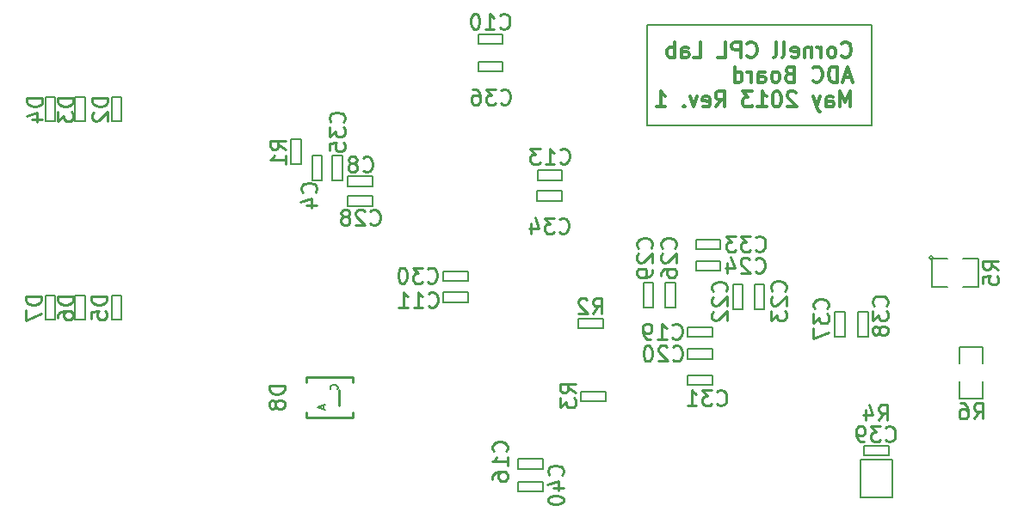
<source format=gbo>
G04 (created by PCBNEW (2013-04-19 BZR 4011)-stable) date 23/05/2013 19:48:57*
%MOIN*%
G04 Gerber Fmt 3.4, Leading zero omitted, Abs format*
%FSLAX34Y34*%
G01*
G70*
G90*
G04 APERTURE LIST*
%ADD10C,0.006*%
%ADD11C,0.00787402*%
%ADD12C,0.012*%
%ADD13C,0.005*%
%ADD14C,0.01*%
%ADD15C,0.1*%
%ADD16R,0.05X0.1*%
%ADD17R,0.08X0.06*%
%ADD18R,0.035X0.12*%
%ADD19R,0.03X0.031*%
%ADD20R,0.031X0.03*%
%ADD21C,0.079*%
%ADD22C,0.075*%
%ADD23C,0.066*%
%ADD24C,0.056*%
%ADD25R,0.085X0.089*%
%ADD26C,0.24*%
%ADD27R,0.079X0.079*%
%ADD28C,0.102362*%
%ADD29C,0.06*%
%ADD30C,0.16*%
%ADD31C,0.063*%
G04 APERTURE END LIST*
G54D10*
G54D11*
X100980Y-65040D02*
X100980Y-65190D01*
X92280Y-65040D02*
X100980Y-65040D01*
X100980Y-68940D02*
X100980Y-65160D01*
X92280Y-68940D02*
X100980Y-68940D01*
X92280Y-65040D02*
X92280Y-68940D01*
G54D12*
X99824Y-66235D02*
X99852Y-66264D01*
X99938Y-66292D01*
X99995Y-66292D01*
X100081Y-66264D01*
X100138Y-66207D01*
X100167Y-66150D01*
X100195Y-66035D01*
X100195Y-65950D01*
X100167Y-65835D01*
X100138Y-65778D01*
X100081Y-65721D01*
X99995Y-65692D01*
X99938Y-65692D01*
X99852Y-65721D01*
X99824Y-65750D01*
X99481Y-66292D02*
X99538Y-66264D01*
X99567Y-66235D01*
X99595Y-66178D01*
X99595Y-66007D01*
X99567Y-65950D01*
X99538Y-65921D01*
X99481Y-65892D01*
X99395Y-65892D01*
X99338Y-65921D01*
X99310Y-65950D01*
X99281Y-66007D01*
X99281Y-66178D01*
X99310Y-66235D01*
X99338Y-66264D01*
X99395Y-66292D01*
X99481Y-66292D01*
X99024Y-66292D02*
X99024Y-65892D01*
X99024Y-66007D02*
X98995Y-65950D01*
X98967Y-65921D01*
X98910Y-65892D01*
X98852Y-65892D01*
X98652Y-65892D02*
X98652Y-66292D01*
X98652Y-65950D02*
X98624Y-65921D01*
X98567Y-65892D01*
X98481Y-65892D01*
X98424Y-65921D01*
X98395Y-65978D01*
X98395Y-66292D01*
X97881Y-66264D02*
X97938Y-66292D01*
X98052Y-66292D01*
X98110Y-66264D01*
X98138Y-66207D01*
X98138Y-65978D01*
X98110Y-65921D01*
X98052Y-65892D01*
X97938Y-65892D01*
X97881Y-65921D01*
X97852Y-65978D01*
X97852Y-66035D01*
X98138Y-66092D01*
X97510Y-66292D02*
X97567Y-66264D01*
X97595Y-66207D01*
X97595Y-65692D01*
X97195Y-66292D02*
X97252Y-66264D01*
X97281Y-66207D01*
X97281Y-65692D01*
X96167Y-66235D02*
X96195Y-66264D01*
X96281Y-66292D01*
X96338Y-66292D01*
X96424Y-66264D01*
X96481Y-66207D01*
X96509Y-66150D01*
X96538Y-66035D01*
X96538Y-65950D01*
X96509Y-65835D01*
X96481Y-65778D01*
X96424Y-65721D01*
X96338Y-65692D01*
X96281Y-65692D01*
X96195Y-65721D01*
X96167Y-65750D01*
X95909Y-66292D02*
X95909Y-65692D01*
X95681Y-65692D01*
X95624Y-65721D01*
X95595Y-65750D01*
X95567Y-65807D01*
X95567Y-65892D01*
X95595Y-65950D01*
X95624Y-65978D01*
X95681Y-66007D01*
X95909Y-66007D01*
X95024Y-66292D02*
X95309Y-66292D01*
X95309Y-65692D01*
X94081Y-66292D02*
X94367Y-66292D01*
X94367Y-65692D01*
X93624Y-66292D02*
X93624Y-65978D01*
X93652Y-65921D01*
X93709Y-65892D01*
X93824Y-65892D01*
X93881Y-65921D01*
X93624Y-66264D02*
X93681Y-66292D01*
X93824Y-66292D01*
X93881Y-66264D01*
X93909Y-66207D01*
X93909Y-66150D01*
X93881Y-66092D01*
X93824Y-66064D01*
X93681Y-66064D01*
X93624Y-66035D01*
X93338Y-66292D02*
X93338Y-65692D01*
X93338Y-65921D02*
X93281Y-65892D01*
X93167Y-65892D01*
X93109Y-65921D01*
X93081Y-65950D01*
X93052Y-66007D01*
X93052Y-66178D01*
X93081Y-66235D01*
X93109Y-66264D01*
X93167Y-66292D01*
X93281Y-66292D01*
X93338Y-66264D01*
X100195Y-67081D02*
X99910Y-67081D01*
X100252Y-67252D02*
X100052Y-66652D01*
X99852Y-67252D01*
X99652Y-67252D02*
X99652Y-66652D01*
X99510Y-66652D01*
X99424Y-66681D01*
X99367Y-66738D01*
X99338Y-66795D01*
X99310Y-66910D01*
X99310Y-66995D01*
X99338Y-67110D01*
X99367Y-67167D01*
X99424Y-67224D01*
X99510Y-67252D01*
X99652Y-67252D01*
X98710Y-67195D02*
X98738Y-67224D01*
X98824Y-67252D01*
X98881Y-67252D01*
X98967Y-67224D01*
X99024Y-67167D01*
X99052Y-67110D01*
X99081Y-66995D01*
X99081Y-66910D01*
X99052Y-66795D01*
X99024Y-66738D01*
X98967Y-66681D01*
X98881Y-66652D01*
X98824Y-66652D01*
X98738Y-66681D01*
X98710Y-66710D01*
X97795Y-66938D02*
X97710Y-66967D01*
X97681Y-66995D01*
X97652Y-67052D01*
X97652Y-67138D01*
X97681Y-67195D01*
X97710Y-67224D01*
X97767Y-67252D01*
X97995Y-67252D01*
X97995Y-66652D01*
X97795Y-66652D01*
X97738Y-66681D01*
X97710Y-66710D01*
X97681Y-66767D01*
X97681Y-66824D01*
X97710Y-66881D01*
X97738Y-66910D01*
X97795Y-66938D01*
X97995Y-66938D01*
X97310Y-67252D02*
X97367Y-67224D01*
X97395Y-67195D01*
X97424Y-67138D01*
X97424Y-66967D01*
X97395Y-66910D01*
X97367Y-66881D01*
X97310Y-66852D01*
X97224Y-66852D01*
X97167Y-66881D01*
X97138Y-66910D01*
X97110Y-66967D01*
X97110Y-67138D01*
X97138Y-67195D01*
X97167Y-67224D01*
X97224Y-67252D01*
X97310Y-67252D01*
X96595Y-67252D02*
X96595Y-66938D01*
X96624Y-66881D01*
X96681Y-66852D01*
X96795Y-66852D01*
X96852Y-66881D01*
X96595Y-67224D02*
X96652Y-67252D01*
X96795Y-67252D01*
X96852Y-67224D01*
X96881Y-67167D01*
X96881Y-67110D01*
X96852Y-67052D01*
X96795Y-67024D01*
X96652Y-67024D01*
X96595Y-66995D01*
X96310Y-67252D02*
X96310Y-66852D01*
X96310Y-66967D02*
X96281Y-66910D01*
X96252Y-66881D01*
X96195Y-66852D01*
X96138Y-66852D01*
X95681Y-67252D02*
X95681Y-66652D01*
X95681Y-67224D02*
X95738Y-67252D01*
X95852Y-67252D01*
X95909Y-67224D01*
X95938Y-67195D01*
X95967Y-67138D01*
X95967Y-66967D01*
X95938Y-66910D01*
X95909Y-66881D01*
X95852Y-66852D01*
X95738Y-66852D01*
X95681Y-66881D01*
X100167Y-68212D02*
X100167Y-67612D01*
X99967Y-68041D01*
X99767Y-67612D01*
X99767Y-68212D01*
X99224Y-68212D02*
X99224Y-67898D01*
X99252Y-67841D01*
X99310Y-67812D01*
X99424Y-67812D01*
X99481Y-67841D01*
X99224Y-68184D02*
X99281Y-68212D01*
X99424Y-68212D01*
X99481Y-68184D01*
X99510Y-68127D01*
X99510Y-68070D01*
X99481Y-68012D01*
X99424Y-67984D01*
X99281Y-67984D01*
X99224Y-67955D01*
X98995Y-67812D02*
X98852Y-68212D01*
X98710Y-67812D02*
X98852Y-68212D01*
X98910Y-68355D01*
X98938Y-68384D01*
X98995Y-68412D01*
X98052Y-67670D02*
X98024Y-67641D01*
X97967Y-67612D01*
X97824Y-67612D01*
X97767Y-67641D01*
X97738Y-67670D01*
X97710Y-67727D01*
X97710Y-67784D01*
X97738Y-67870D01*
X98081Y-68212D01*
X97710Y-68212D01*
X97338Y-67612D02*
X97281Y-67612D01*
X97224Y-67641D01*
X97195Y-67670D01*
X97167Y-67727D01*
X97138Y-67841D01*
X97138Y-67984D01*
X97167Y-68098D01*
X97195Y-68155D01*
X97224Y-68184D01*
X97281Y-68212D01*
X97338Y-68212D01*
X97395Y-68184D01*
X97424Y-68155D01*
X97452Y-68098D01*
X97481Y-67984D01*
X97481Y-67841D01*
X97452Y-67727D01*
X97424Y-67670D01*
X97395Y-67641D01*
X97338Y-67612D01*
X96567Y-68212D02*
X96909Y-68212D01*
X96738Y-68212D02*
X96738Y-67612D01*
X96795Y-67698D01*
X96852Y-67755D01*
X96909Y-67784D01*
X96367Y-67612D02*
X95995Y-67612D01*
X96195Y-67841D01*
X96109Y-67841D01*
X96052Y-67870D01*
X96024Y-67898D01*
X95995Y-67955D01*
X95995Y-68098D01*
X96024Y-68155D01*
X96052Y-68184D01*
X96109Y-68212D01*
X96281Y-68212D01*
X96338Y-68184D01*
X96367Y-68155D01*
X94938Y-68212D02*
X95138Y-67927D01*
X95281Y-68212D02*
X95281Y-67612D01*
X95052Y-67612D01*
X94995Y-67641D01*
X94967Y-67670D01*
X94938Y-67727D01*
X94938Y-67812D01*
X94967Y-67870D01*
X94995Y-67898D01*
X95052Y-67927D01*
X95281Y-67927D01*
X94452Y-68184D02*
X94509Y-68212D01*
X94624Y-68212D01*
X94681Y-68184D01*
X94709Y-68127D01*
X94709Y-67898D01*
X94681Y-67841D01*
X94624Y-67812D01*
X94509Y-67812D01*
X94452Y-67841D01*
X94424Y-67898D01*
X94424Y-67955D01*
X94709Y-68012D01*
X94224Y-67812D02*
X94081Y-68212D01*
X93938Y-67812D01*
X93709Y-68155D02*
X93681Y-68184D01*
X93709Y-68212D01*
X93738Y-68184D01*
X93709Y-68155D01*
X93709Y-68212D01*
X92652Y-68212D02*
X92995Y-68212D01*
X92824Y-68212D02*
X92824Y-67612D01*
X92881Y-67698D01*
X92938Y-67755D01*
X92995Y-67784D01*
G54D13*
X103340Y-74050D02*
G75*
G03X103340Y-74050I-70J0D01*
G74*
G01*
X103920Y-75200D02*
X103320Y-75200D01*
X103320Y-75200D02*
X103320Y-74100D01*
X103320Y-74100D02*
X103920Y-74100D01*
X104520Y-74100D02*
X105120Y-74100D01*
X105120Y-74100D02*
X105120Y-75200D01*
X105120Y-75200D02*
X104520Y-75200D01*
X105300Y-79530D02*
X104400Y-79530D01*
X104400Y-79530D02*
X104400Y-78880D01*
X105300Y-78180D02*
X105300Y-77530D01*
X105300Y-77530D02*
X104400Y-77530D01*
X104400Y-77530D02*
X104400Y-78180D01*
X105300Y-78880D02*
X105300Y-79530D01*
X101800Y-83370D02*
X100540Y-83370D01*
X101800Y-81910D02*
X100540Y-81910D01*
X101800Y-81910D02*
X101800Y-83370D01*
X100540Y-81910D02*
X100540Y-83370D01*
X93850Y-77130D02*
X94810Y-77130D01*
X94810Y-77130D02*
X94810Y-76750D01*
X94810Y-76750D02*
X93850Y-76750D01*
X93850Y-76750D02*
X93850Y-77130D01*
X93850Y-77990D02*
X94810Y-77990D01*
X94810Y-77990D02*
X94810Y-77610D01*
X94810Y-77610D02*
X93850Y-77610D01*
X93850Y-77610D02*
X93850Y-77990D01*
X96830Y-76050D02*
X96830Y-75090D01*
X96830Y-75090D02*
X96450Y-75090D01*
X96450Y-75090D02*
X96450Y-76050D01*
X96450Y-76050D02*
X96830Y-76050D01*
X93850Y-79000D02*
X94810Y-79000D01*
X94810Y-79000D02*
X94810Y-78620D01*
X94810Y-78620D02*
X93850Y-78620D01*
X93850Y-78620D02*
X93850Y-79000D01*
X95990Y-76050D02*
X95990Y-75090D01*
X95990Y-75090D02*
X95610Y-75090D01*
X95610Y-75090D02*
X95610Y-76050D01*
X95610Y-76050D02*
X95990Y-76050D01*
X95130Y-74200D02*
X94170Y-74200D01*
X94170Y-74200D02*
X94170Y-74580D01*
X94170Y-74580D02*
X95130Y-74580D01*
X95130Y-74580D02*
X95130Y-74200D01*
X80700Y-71290D02*
X81660Y-71290D01*
X81660Y-71290D02*
X81660Y-70910D01*
X81660Y-70910D02*
X80700Y-70910D01*
X80700Y-70910D02*
X80700Y-71290D01*
X95130Y-73360D02*
X94170Y-73360D01*
X94170Y-73360D02*
X94170Y-73740D01*
X94170Y-73740D02*
X95130Y-73740D01*
X95130Y-73740D02*
X95130Y-73360D01*
X71922Y-76480D02*
X71922Y-75520D01*
X71922Y-75520D02*
X71542Y-75520D01*
X71542Y-75520D02*
X71542Y-76480D01*
X71542Y-76480D02*
X71922Y-76480D01*
X70504Y-76480D02*
X70504Y-75520D01*
X70504Y-75520D02*
X70124Y-75520D01*
X70124Y-75520D02*
X70124Y-76480D01*
X70124Y-76480D02*
X70504Y-76480D01*
X69362Y-76480D02*
X69362Y-75520D01*
X69362Y-75520D02*
X68982Y-75520D01*
X68982Y-75520D02*
X68982Y-76480D01*
X68982Y-76480D02*
X69362Y-76480D01*
X71922Y-68780D02*
X71922Y-67820D01*
X71922Y-67820D02*
X71542Y-67820D01*
X71542Y-67820D02*
X71542Y-68780D01*
X71542Y-68780D02*
X71922Y-68780D01*
X70504Y-68780D02*
X70504Y-67820D01*
X70504Y-67820D02*
X70124Y-67820D01*
X70124Y-67820D02*
X70124Y-68780D01*
X70124Y-68780D02*
X70504Y-68780D01*
X69362Y-68780D02*
X69362Y-67820D01*
X69362Y-67820D02*
X68982Y-67820D01*
X68982Y-67820D02*
X68982Y-68780D01*
X68982Y-68780D02*
X69362Y-68780D01*
X78870Y-70440D02*
X78870Y-69480D01*
X78870Y-69480D02*
X78490Y-69480D01*
X78490Y-69480D02*
X78490Y-70440D01*
X78490Y-70440D02*
X78870Y-70440D01*
X80700Y-72060D02*
X81660Y-72060D01*
X81660Y-72060D02*
X81660Y-71680D01*
X81660Y-71680D02*
X80700Y-71680D01*
X80700Y-71680D02*
X80700Y-72060D01*
X100460Y-76170D02*
X100460Y-77130D01*
X100460Y-77130D02*
X100840Y-77130D01*
X100840Y-77130D02*
X100840Y-76170D01*
X100840Y-76170D02*
X100460Y-76170D01*
X85340Y-75410D02*
X84380Y-75410D01*
X84380Y-75410D02*
X84380Y-75790D01*
X84380Y-75790D02*
X85340Y-75790D01*
X85340Y-75790D02*
X85340Y-75410D01*
X87300Y-82260D02*
X88260Y-82260D01*
X88260Y-82260D02*
X88260Y-81880D01*
X88260Y-81880D02*
X87300Y-81880D01*
X87300Y-81880D02*
X87300Y-82260D01*
X87300Y-83130D02*
X88260Y-83130D01*
X88260Y-83130D02*
X88260Y-82750D01*
X88260Y-82750D02*
X87300Y-82750D01*
X87300Y-82750D02*
X87300Y-83130D01*
X92140Y-75030D02*
X92140Y-75990D01*
X92140Y-75990D02*
X92520Y-75990D01*
X92520Y-75990D02*
X92520Y-75030D01*
X92520Y-75030D02*
X92140Y-75030D01*
X93000Y-75030D02*
X93000Y-75990D01*
X93000Y-75990D02*
X93380Y-75990D01*
X93380Y-75990D02*
X93380Y-75030D01*
X93380Y-75030D02*
X93000Y-75030D01*
X88020Y-71860D02*
X88980Y-71860D01*
X88980Y-71860D02*
X88980Y-71480D01*
X88980Y-71480D02*
X88020Y-71480D01*
X88020Y-71480D02*
X88020Y-71860D01*
X88040Y-71050D02*
X89000Y-71050D01*
X89000Y-71050D02*
X89000Y-70670D01*
X89000Y-70670D02*
X88040Y-70670D01*
X88040Y-70670D02*
X88040Y-71050D01*
X85740Y-66840D02*
X86700Y-66840D01*
X86700Y-66840D02*
X86700Y-66460D01*
X86700Y-66460D02*
X85740Y-66460D01*
X85740Y-66460D02*
X85740Y-66840D01*
X85740Y-65780D02*
X86700Y-65780D01*
X86700Y-65780D02*
X86700Y-65400D01*
X86700Y-65400D02*
X85740Y-65400D01*
X85740Y-65400D02*
X85740Y-65780D01*
X99560Y-76170D02*
X99560Y-77130D01*
X99560Y-77130D02*
X99940Y-77130D01*
X99940Y-77130D02*
X99940Y-76170D01*
X99940Y-76170D02*
X99560Y-76170D01*
X89610Y-76800D02*
X90570Y-76800D01*
X90570Y-76800D02*
X90570Y-76420D01*
X90570Y-76420D02*
X89610Y-76420D01*
X89610Y-76420D02*
X89610Y-76800D01*
X101650Y-81360D02*
X100690Y-81360D01*
X100690Y-81360D02*
X100690Y-81740D01*
X100690Y-81740D02*
X101650Y-81740D01*
X101650Y-81740D02*
X101650Y-81360D01*
X85340Y-74590D02*
X84380Y-74590D01*
X84380Y-74590D02*
X84380Y-74970D01*
X84380Y-74970D02*
X85340Y-74970D01*
X85340Y-74970D02*
X85340Y-74590D01*
X79320Y-70090D02*
X79320Y-71050D01*
X79320Y-71050D02*
X79700Y-71050D01*
X79700Y-71050D02*
X79700Y-70090D01*
X79700Y-70090D02*
X79320Y-70090D01*
X90690Y-79250D02*
X89730Y-79250D01*
X89730Y-79250D02*
X89730Y-79630D01*
X89730Y-79630D02*
X90690Y-79630D01*
X90690Y-79630D02*
X90690Y-79250D01*
X80090Y-70090D02*
X80090Y-71050D01*
X80090Y-71050D02*
X80470Y-71050D01*
X80470Y-71050D02*
X80470Y-70090D01*
X80470Y-70090D02*
X80090Y-70090D01*
G54D14*
X80870Y-80265D02*
X79070Y-80265D01*
X80870Y-78715D02*
X79070Y-78715D01*
X79070Y-78715D02*
X79070Y-78915D01*
X80870Y-78715D02*
X80870Y-78915D01*
X80870Y-80265D02*
X80870Y-80065D01*
X79070Y-80265D02*
X79070Y-80065D01*
X80350Y-79190D02*
X80350Y-79790D01*
X105892Y-74540D02*
X105607Y-74340D01*
X105892Y-74197D02*
X105292Y-74197D01*
X105292Y-74425D01*
X105321Y-74482D01*
X105350Y-74511D01*
X105407Y-74540D01*
X105492Y-74540D01*
X105550Y-74511D01*
X105578Y-74482D01*
X105607Y-74425D01*
X105607Y-74197D01*
X105292Y-75082D02*
X105292Y-74797D01*
X105578Y-74768D01*
X105550Y-74797D01*
X105521Y-74854D01*
X105521Y-74997D01*
X105550Y-75054D01*
X105578Y-75082D01*
X105635Y-75111D01*
X105778Y-75111D01*
X105835Y-75082D01*
X105864Y-75054D01*
X105892Y-74997D01*
X105892Y-74854D01*
X105864Y-74797D01*
X105835Y-74768D01*
X104940Y-80312D02*
X105140Y-80027D01*
X105282Y-80312D02*
X105282Y-79712D01*
X105054Y-79712D01*
X104997Y-79741D01*
X104968Y-79770D01*
X104940Y-79827D01*
X104940Y-79912D01*
X104968Y-79970D01*
X104997Y-79998D01*
X105054Y-80027D01*
X105282Y-80027D01*
X104425Y-79712D02*
X104540Y-79712D01*
X104597Y-79741D01*
X104625Y-79770D01*
X104682Y-79855D01*
X104711Y-79970D01*
X104711Y-80198D01*
X104682Y-80255D01*
X104654Y-80284D01*
X104597Y-80312D01*
X104482Y-80312D01*
X104425Y-80284D01*
X104397Y-80255D01*
X104368Y-80198D01*
X104368Y-80055D01*
X104397Y-79998D01*
X104425Y-79970D01*
X104482Y-79941D01*
X104597Y-79941D01*
X104654Y-79970D01*
X104682Y-79998D01*
X104711Y-80055D01*
X101525Y-81145D02*
X101554Y-81174D01*
X101640Y-81202D01*
X101697Y-81202D01*
X101782Y-81174D01*
X101840Y-81117D01*
X101868Y-81060D01*
X101897Y-80945D01*
X101897Y-80860D01*
X101868Y-80745D01*
X101840Y-80688D01*
X101782Y-80631D01*
X101697Y-80602D01*
X101640Y-80602D01*
X101554Y-80631D01*
X101525Y-80660D01*
X101325Y-80602D02*
X100954Y-80602D01*
X101154Y-80831D01*
X101068Y-80831D01*
X101011Y-80860D01*
X100982Y-80888D01*
X100954Y-80945D01*
X100954Y-81088D01*
X100982Y-81145D01*
X101011Y-81174D01*
X101068Y-81202D01*
X101240Y-81202D01*
X101297Y-81174D01*
X101325Y-81145D01*
X100668Y-81202D02*
X100554Y-81202D01*
X100497Y-81174D01*
X100468Y-81145D01*
X100411Y-81060D01*
X100382Y-80945D01*
X100382Y-80717D01*
X100411Y-80660D01*
X100440Y-80631D01*
X100497Y-80602D01*
X100611Y-80602D01*
X100668Y-80631D01*
X100697Y-80660D01*
X100725Y-80717D01*
X100725Y-80860D01*
X100697Y-80917D01*
X100668Y-80945D01*
X100611Y-80974D01*
X100497Y-80974D01*
X100440Y-80945D01*
X100411Y-80917D01*
X100382Y-80860D01*
X93265Y-77165D02*
X93294Y-77194D01*
X93380Y-77222D01*
X93437Y-77222D01*
X93522Y-77194D01*
X93580Y-77137D01*
X93608Y-77080D01*
X93637Y-76965D01*
X93637Y-76880D01*
X93608Y-76765D01*
X93580Y-76708D01*
X93522Y-76651D01*
X93437Y-76622D01*
X93380Y-76622D01*
X93294Y-76651D01*
X93265Y-76680D01*
X92694Y-77222D02*
X93037Y-77222D01*
X92865Y-77222D02*
X92865Y-76622D01*
X92922Y-76708D01*
X92980Y-76765D01*
X93037Y-76794D01*
X92408Y-77222D02*
X92294Y-77222D01*
X92237Y-77194D01*
X92208Y-77165D01*
X92151Y-77080D01*
X92122Y-76965D01*
X92122Y-76737D01*
X92151Y-76680D01*
X92180Y-76651D01*
X92237Y-76622D01*
X92351Y-76622D01*
X92408Y-76651D01*
X92437Y-76680D01*
X92465Y-76737D01*
X92465Y-76880D01*
X92437Y-76937D01*
X92408Y-76965D01*
X92351Y-76994D01*
X92237Y-76994D01*
X92180Y-76965D01*
X92151Y-76937D01*
X92122Y-76880D01*
X93285Y-78025D02*
X93314Y-78054D01*
X93400Y-78082D01*
X93457Y-78082D01*
X93542Y-78054D01*
X93600Y-77997D01*
X93628Y-77940D01*
X93657Y-77825D01*
X93657Y-77740D01*
X93628Y-77625D01*
X93600Y-77568D01*
X93542Y-77511D01*
X93457Y-77482D01*
X93400Y-77482D01*
X93314Y-77511D01*
X93285Y-77540D01*
X93057Y-77540D02*
X93028Y-77511D01*
X92971Y-77482D01*
X92828Y-77482D01*
X92771Y-77511D01*
X92742Y-77540D01*
X92714Y-77597D01*
X92714Y-77654D01*
X92742Y-77740D01*
X93085Y-78082D01*
X92714Y-78082D01*
X92342Y-77482D02*
X92285Y-77482D01*
X92228Y-77511D01*
X92200Y-77540D01*
X92171Y-77597D01*
X92142Y-77711D01*
X92142Y-77854D01*
X92171Y-77968D01*
X92200Y-78025D01*
X92228Y-78054D01*
X92285Y-78082D01*
X92342Y-78082D01*
X92400Y-78054D01*
X92428Y-78025D01*
X92457Y-77968D01*
X92485Y-77854D01*
X92485Y-77711D01*
X92457Y-77597D01*
X92428Y-77540D01*
X92400Y-77511D01*
X92342Y-77482D01*
X97615Y-75354D02*
X97644Y-75325D01*
X97672Y-75240D01*
X97672Y-75182D01*
X97644Y-75097D01*
X97587Y-75040D01*
X97530Y-75011D01*
X97415Y-74982D01*
X97330Y-74982D01*
X97215Y-75011D01*
X97158Y-75040D01*
X97101Y-75097D01*
X97072Y-75182D01*
X97072Y-75240D01*
X97101Y-75325D01*
X97130Y-75354D01*
X97130Y-75582D02*
X97101Y-75611D01*
X97072Y-75668D01*
X97072Y-75811D01*
X97101Y-75868D01*
X97130Y-75897D01*
X97187Y-75925D01*
X97244Y-75925D01*
X97330Y-75897D01*
X97672Y-75554D01*
X97672Y-75925D01*
X97072Y-76125D02*
X97072Y-76497D01*
X97301Y-76297D01*
X97301Y-76382D01*
X97330Y-76440D01*
X97358Y-76468D01*
X97415Y-76497D01*
X97558Y-76497D01*
X97615Y-76468D01*
X97644Y-76440D01*
X97672Y-76382D01*
X97672Y-76211D01*
X97644Y-76154D01*
X97615Y-76125D01*
X94995Y-79745D02*
X95024Y-79774D01*
X95110Y-79802D01*
X95167Y-79802D01*
X95252Y-79774D01*
X95310Y-79717D01*
X95338Y-79660D01*
X95367Y-79545D01*
X95367Y-79460D01*
X95338Y-79345D01*
X95310Y-79288D01*
X95252Y-79231D01*
X95167Y-79202D01*
X95110Y-79202D01*
X95024Y-79231D01*
X94995Y-79260D01*
X94795Y-79202D02*
X94424Y-79202D01*
X94624Y-79431D01*
X94538Y-79431D01*
X94481Y-79460D01*
X94452Y-79488D01*
X94424Y-79545D01*
X94424Y-79688D01*
X94452Y-79745D01*
X94481Y-79774D01*
X94538Y-79802D01*
X94710Y-79802D01*
X94767Y-79774D01*
X94795Y-79745D01*
X93852Y-79802D02*
X94195Y-79802D01*
X94024Y-79802D02*
X94024Y-79202D01*
X94081Y-79288D01*
X94138Y-79345D01*
X94195Y-79374D01*
X95335Y-75364D02*
X95364Y-75335D01*
X95392Y-75250D01*
X95392Y-75192D01*
X95364Y-75107D01*
X95307Y-75050D01*
X95250Y-75021D01*
X95135Y-74992D01*
X95050Y-74992D01*
X94935Y-75021D01*
X94878Y-75050D01*
X94821Y-75107D01*
X94792Y-75192D01*
X94792Y-75250D01*
X94821Y-75335D01*
X94850Y-75364D01*
X94850Y-75592D02*
X94821Y-75621D01*
X94792Y-75678D01*
X94792Y-75821D01*
X94821Y-75878D01*
X94850Y-75907D01*
X94907Y-75935D01*
X94964Y-75935D01*
X95050Y-75907D01*
X95392Y-75564D01*
X95392Y-75935D01*
X94850Y-76164D02*
X94821Y-76192D01*
X94792Y-76250D01*
X94792Y-76392D01*
X94821Y-76450D01*
X94850Y-76478D01*
X94907Y-76507D01*
X94964Y-76507D01*
X95050Y-76478D01*
X95392Y-76135D01*
X95392Y-76507D01*
X96475Y-74605D02*
X96504Y-74634D01*
X96590Y-74662D01*
X96647Y-74662D01*
X96732Y-74634D01*
X96790Y-74577D01*
X96818Y-74520D01*
X96847Y-74405D01*
X96847Y-74320D01*
X96818Y-74205D01*
X96790Y-74148D01*
X96732Y-74091D01*
X96647Y-74062D01*
X96590Y-74062D01*
X96504Y-74091D01*
X96475Y-74120D01*
X96247Y-74120D02*
X96218Y-74091D01*
X96161Y-74062D01*
X96018Y-74062D01*
X95961Y-74091D01*
X95932Y-74120D01*
X95904Y-74177D01*
X95904Y-74234D01*
X95932Y-74320D01*
X96275Y-74662D01*
X95904Y-74662D01*
X95390Y-74262D02*
X95390Y-74662D01*
X95532Y-74034D02*
X95675Y-74462D01*
X95304Y-74462D01*
X81280Y-70685D02*
X81308Y-70714D01*
X81394Y-70742D01*
X81451Y-70742D01*
X81537Y-70714D01*
X81594Y-70657D01*
X81622Y-70600D01*
X81651Y-70485D01*
X81651Y-70400D01*
X81622Y-70285D01*
X81594Y-70228D01*
X81537Y-70171D01*
X81451Y-70142D01*
X81394Y-70142D01*
X81308Y-70171D01*
X81280Y-70200D01*
X80937Y-70400D02*
X80994Y-70371D01*
X81022Y-70342D01*
X81051Y-70285D01*
X81051Y-70257D01*
X81022Y-70200D01*
X80994Y-70171D01*
X80937Y-70142D01*
X80822Y-70142D01*
X80765Y-70171D01*
X80737Y-70200D01*
X80708Y-70257D01*
X80708Y-70285D01*
X80737Y-70342D01*
X80765Y-70371D01*
X80822Y-70400D01*
X80937Y-70400D01*
X80994Y-70428D01*
X81022Y-70457D01*
X81051Y-70514D01*
X81051Y-70628D01*
X81022Y-70685D01*
X80994Y-70714D01*
X80937Y-70742D01*
X80822Y-70742D01*
X80765Y-70714D01*
X80737Y-70685D01*
X80708Y-70628D01*
X80708Y-70514D01*
X80737Y-70457D01*
X80765Y-70428D01*
X80822Y-70400D01*
X96495Y-73765D02*
X96524Y-73794D01*
X96610Y-73822D01*
X96667Y-73822D01*
X96752Y-73794D01*
X96810Y-73737D01*
X96838Y-73680D01*
X96867Y-73565D01*
X96867Y-73480D01*
X96838Y-73365D01*
X96810Y-73308D01*
X96752Y-73251D01*
X96667Y-73222D01*
X96610Y-73222D01*
X96524Y-73251D01*
X96495Y-73280D01*
X96295Y-73222D02*
X95924Y-73222D01*
X96124Y-73451D01*
X96038Y-73451D01*
X95981Y-73480D01*
X95952Y-73508D01*
X95924Y-73565D01*
X95924Y-73708D01*
X95952Y-73765D01*
X95981Y-73794D01*
X96038Y-73822D01*
X96210Y-73822D01*
X96267Y-73794D01*
X96295Y-73765D01*
X95724Y-73222D02*
X95352Y-73222D01*
X95552Y-73451D01*
X95467Y-73451D01*
X95410Y-73480D01*
X95381Y-73508D01*
X95352Y-73565D01*
X95352Y-73708D01*
X95381Y-73765D01*
X95410Y-73794D01*
X95467Y-73822D01*
X95638Y-73822D01*
X95695Y-73794D01*
X95724Y-73765D01*
X71352Y-75557D02*
X70752Y-75557D01*
X70752Y-75700D01*
X70781Y-75785D01*
X70838Y-75842D01*
X70895Y-75871D01*
X71010Y-75900D01*
X71095Y-75900D01*
X71210Y-75871D01*
X71267Y-75842D01*
X71324Y-75785D01*
X71352Y-75700D01*
X71352Y-75557D01*
X70752Y-76442D02*
X70752Y-76157D01*
X71038Y-76128D01*
X71010Y-76157D01*
X70981Y-76214D01*
X70981Y-76357D01*
X71010Y-76414D01*
X71038Y-76442D01*
X71095Y-76471D01*
X71238Y-76471D01*
X71295Y-76442D01*
X71324Y-76414D01*
X71352Y-76357D01*
X71352Y-76214D01*
X71324Y-76157D01*
X71295Y-76128D01*
X70052Y-75557D02*
X69452Y-75557D01*
X69452Y-75700D01*
X69481Y-75785D01*
X69538Y-75842D01*
X69595Y-75871D01*
X69710Y-75900D01*
X69795Y-75900D01*
X69910Y-75871D01*
X69967Y-75842D01*
X70024Y-75785D01*
X70052Y-75700D01*
X70052Y-75557D01*
X69452Y-76414D02*
X69452Y-76300D01*
X69481Y-76242D01*
X69510Y-76214D01*
X69595Y-76157D01*
X69710Y-76128D01*
X69938Y-76128D01*
X69995Y-76157D01*
X70024Y-76185D01*
X70052Y-76242D01*
X70052Y-76357D01*
X70024Y-76414D01*
X69995Y-76442D01*
X69938Y-76471D01*
X69795Y-76471D01*
X69738Y-76442D01*
X69710Y-76414D01*
X69681Y-76357D01*
X69681Y-76242D01*
X69710Y-76185D01*
X69738Y-76157D01*
X69795Y-76128D01*
X68812Y-75557D02*
X68212Y-75557D01*
X68212Y-75700D01*
X68241Y-75785D01*
X68298Y-75842D01*
X68355Y-75871D01*
X68470Y-75900D01*
X68555Y-75900D01*
X68670Y-75871D01*
X68727Y-75842D01*
X68784Y-75785D01*
X68812Y-75700D01*
X68812Y-75557D01*
X68212Y-76100D02*
X68212Y-76500D01*
X68812Y-76242D01*
X71392Y-67857D02*
X70792Y-67857D01*
X70792Y-68000D01*
X70821Y-68085D01*
X70878Y-68142D01*
X70935Y-68171D01*
X71050Y-68200D01*
X71135Y-68200D01*
X71250Y-68171D01*
X71307Y-68142D01*
X71364Y-68085D01*
X71392Y-68000D01*
X71392Y-67857D01*
X70850Y-68428D02*
X70821Y-68457D01*
X70792Y-68514D01*
X70792Y-68657D01*
X70821Y-68714D01*
X70850Y-68742D01*
X70907Y-68771D01*
X70964Y-68771D01*
X71050Y-68742D01*
X71392Y-68400D01*
X71392Y-68771D01*
X70052Y-67857D02*
X69452Y-67857D01*
X69452Y-68000D01*
X69481Y-68085D01*
X69538Y-68142D01*
X69595Y-68171D01*
X69710Y-68200D01*
X69795Y-68200D01*
X69910Y-68171D01*
X69967Y-68142D01*
X70024Y-68085D01*
X70052Y-68000D01*
X70052Y-67857D01*
X69452Y-68400D02*
X69452Y-68771D01*
X69681Y-68571D01*
X69681Y-68657D01*
X69710Y-68714D01*
X69738Y-68742D01*
X69795Y-68771D01*
X69938Y-68771D01*
X69995Y-68742D01*
X70024Y-68714D01*
X70052Y-68657D01*
X70052Y-68485D01*
X70024Y-68428D01*
X69995Y-68400D01*
X68862Y-67857D02*
X68262Y-67857D01*
X68262Y-68000D01*
X68291Y-68085D01*
X68348Y-68142D01*
X68405Y-68171D01*
X68520Y-68200D01*
X68605Y-68200D01*
X68720Y-68171D01*
X68777Y-68142D01*
X68834Y-68085D01*
X68862Y-68000D01*
X68862Y-67857D01*
X68462Y-68714D02*
X68862Y-68714D01*
X68234Y-68571D02*
X68662Y-68428D01*
X68662Y-68800D01*
X78282Y-69860D02*
X77997Y-69660D01*
X78282Y-69517D02*
X77682Y-69517D01*
X77682Y-69745D01*
X77711Y-69802D01*
X77740Y-69831D01*
X77797Y-69860D01*
X77882Y-69860D01*
X77940Y-69831D01*
X77968Y-69802D01*
X77997Y-69745D01*
X77997Y-69517D01*
X78282Y-70431D02*
X78282Y-70088D01*
X78282Y-70260D02*
X77682Y-70260D01*
X77768Y-70202D01*
X77825Y-70145D01*
X77854Y-70088D01*
X81565Y-72745D02*
X81594Y-72774D01*
X81680Y-72802D01*
X81737Y-72802D01*
X81822Y-72774D01*
X81880Y-72717D01*
X81908Y-72660D01*
X81937Y-72545D01*
X81937Y-72460D01*
X81908Y-72345D01*
X81880Y-72288D01*
X81822Y-72231D01*
X81737Y-72202D01*
X81680Y-72202D01*
X81594Y-72231D01*
X81565Y-72260D01*
X81337Y-72260D02*
X81308Y-72231D01*
X81251Y-72202D01*
X81108Y-72202D01*
X81051Y-72231D01*
X81022Y-72260D01*
X80994Y-72317D01*
X80994Y-72374D01*
X81022Y-72460D01*
X81365Y-72802D01*
X80994Y-72802D01*
X80651Y-72460D02*
X80708Y-72431D01*
X80737Y-72402D01*
X80765Y-72345D01*
X80765Y-72317D01*
X80737Y-72260D01*
X80708Y-72231D01*
X80651Y-72202D01*
X80537Y-72202D01*
X80480Y-72231D01*
X80451Y-72260D01*
X80422Y-72317D01*
X80422Y-72345D01*
X80451Y-72402D01*
X80480Y-72431D01*
X80537Y-72460D01*
X80651Y-72460D01*
X80708Y-72488D01*
X80737Y-72517D01*
X80765Y-72574D01*
X80765Y-72688D01*
X80737Y-72745D01*
X80708Y-72774D01*
X80651Y-72802D01*
X80537Y-72802D01*
X80480Y-72774D01*
X80451Y-72745D01*
X80422Y-72688D01*
X80422Y-72574D01*
X80451Y-72517D01*
X80480Y-72488D01*
X80537Y-72460D01*
X101555Y-75924D02*
X101584Y-75895D01*
X101612Y-75810D01*
X101612Y-75752D01*
X101584Y-75667D01*
X101527Y-75610D01*
X101470Y-75581D01*
X101355Y-75552D01*
X101270Y-75552D01*
X101155Y-75581D01*
X101098Y-75610D01*
X101041Y-75667D01*
X101012Y-75752D01*
X101012Y-75810D01*
X101041Y-75895D01*
X101070Y-75924D01*
X101012Y-76124D02*
X101012Y-76495D01*
X101241Y-76295D01*
X101241Y-76381D01*
X101270Y-76438D01*
X101298Y-76467D01*
X101355Y-76495D01*
X101498Y-76495D01*
X101555Y-76467D01*
X101584Y-76438D01*
X101612Y-76381D01*
X101612Y-76210D01*
X101584Y-76152D01*
X101555Y-76124D01*
X101270Y-76838D02*
X101241Y-76781D01*
X101212Y-76752D01*
X101155Y-76724D01*
X101127Y-76724D01*
X101070Y-76752D01*
X101041Y-76781D01*
X101012Y-76838D01*
X101012Y-76952D01*
X101041Y-77010D01*
X101070Y-77038D01*
X101127Y-77067D01*
X101155Y-77067D01*
X101212Y-77038D01*
X101241Y-77010D01*
X101270Y-76952D01*
X101270Y-76838D01*
X101298Y-76781D01*
X101327Y-76752D01*
X101384Y-76724D01*
X101498Y-76724D01*
X101555Y-76752D01*
X101584Y-76781D01*
X101612Y-76838D01*
X101612Y-76952D01*
X101584Y-77010D01*
X101555Y-77038D01*
X101498Y-77067D01*
X101384Y-77067D01*
X101327Y-77038D01*
X101298Y-77010D01*
X101270Y-76952D01*
X83805Y-75935D02*
X83834Y-75964D01*
X83920Y-75992D01*
X83977Y-75992D01*
X84062Y-75964D01*
X84120Y-75907D01*
X84148Y-75850D01*
X84177Y-75735D01*
X84177Y-75650D01*
X84148Y-75535D01*
X84120Y-75478D01*
X84062Y-75421D01*
X83977Y-75392D01*
X83920Y-75392D01*
X83834Y-75421D01*
X83805Y-75450D01*
X83234Y-75992D02*
X83577Y-75992D01*
X83405Y-75992D02*
X83405Y-75392D01*
X83462Y-75478D01*
X83520Y-75535D01*
X83577Y-75564D01*
X82662Y-75992D02*
X83005Y-75992D01*
X82834Y-75992D02*
X82834Y-75392D01*
X82891Y-75478D01*
X82948Y-75535D01*
X83005Y-75564D01*
X86825Y-81574D02*
X86854Y-81545D01*
X86882Y-81460D01*
X86882Y-81402D01*
X86854Y-81317D01*
X86797Y-81260D01*
X86740Y-81231D01*
X86625Y-81202D01*
X86540Y-81202D01*
X86425Y-81231D01*
X86368Y-81260D01*
X86311Y-81317D01*
X86282Y-81402D01*
X86282Y-81460D01*
X86311Y-81545D01*
X86340Y-81574D01*
X86882Y-82145D02*
X86882Y-81802D01*
X86882Y-81974D02*
X86282Y-81974D01*
X86368Y-81917D01*
X86425Y-81860D01*
X86454Y-81802D01*
X86282Y-82660D02*
X86282Y-82545D01*
X86311Y-82488D01*
X86340Y-82460D01*
X86425Y-82402D01*
X86540Y-82374D01*
X86768Y-82374D01*
X86825Y-82402D01*
X86854Y-82431D01*
X86882Y-82488D01*
X86882Y-82602D01*
X86854Y-82660D01*
X86825Y-82688D01*
X86768Y-82717D01*
X86625Y-82717D01*
X86568Y-82688D01*
X86540Y-82660D01*
X86511Y-82602D01*
X86511Y-82488D01*
X86540Y-82431D01*
X86568Y-82402D01*
X86625Y-82374D01*
X88985Y-82494D02*
X89014Y-82465D01*
X89042Y-82380D01*
X89042Y-82322D01*
X89014Y-82237D01*
X88957Y-82180D01*
X88900Y-82151D01*
X88785Y-82122D01*
X88700Y-82122D01*
X88585Y-82151D01*
X88528Y-82180D01*
X88471Y-82237D01*
X88442Y-82322D01*
X88442Y-82380D01*
X88471Y-82465D01*
X88500Y-82494D01*
X88642Y-83008D02*
X89042Y-83008D01*
X88414Y-82865D02*
X88842Y-82722D01*
X88842Y-83094D01*
X88442Y-83437D02*
X88442Y-83494D01*
X88471Y-83551D01*
X88500Y-83580D01*
X88557Y-83608D01*
X88671Y-83637D01*
X88814Y-83637D01*
X88928Y-83608D01*
X88985Y-83580D01*
X89014Y-83551D01*
X89042Y-83494D01*
X89042Y-83437D01*
X89014Y-83380D01*
X88985Y-83351D01*
X88928Y-83322D01*
X88814Y-83294D01*
X88671Y-83294D01*
X88557Y-83322D01*
X88500Y-83351D01*
X88471Y-83380D01*
X88442Y-83437D01*
X92435Y-73684D02*
X92464Y-73655D01*
X92492Y-73570D01*
X92492Y-73512D01*
X92464Y-73427D01*
X92407Y-73370D01*
X92350Y-73341D01*
X92235Y-73312D01*
X92150Y-73312D01*
X92035Y-73341D01*
X91978Y-73370D01*
X91921Y-73427D01*
X91892Y-73512D01*
X91892Y-73570D01*
X91921Y-73655D01*
X91950Y-73684D01*
X91950Y-73912D02*
X91921Y-73941D01*
X91892Y-73998D01*
X91892Y-74141D01*
X91921Y-74198D01*
X91950Y-74227D01*
X92007Y-74255D01*
X92064Y-74255D01*
X92150Y-74227D01*
X92492Y-73884D01*
X92492Y-74255D01*
X92492Y-74541D02*
X92492Y-74655D01*
X92464Y-74712D01*
X92435Y-74741D01*
X92350Y-74798D01*
X92235Y-74827D01*
X92007Y-74827D01*
X91950Y-74798D01*
X91921Y-74770D01*
X91892Y-74712D01*
X91892Y-74598D01*
X91921Y-74541D01*
X91950Y-74512D01*
X92007Y-74484D01*
X92150Y-74484D01*
X92207Y-74512D01*
X92235Y-74541D01*
X92264Y-74598D01*
X92264Y-74712D01*
X92235Y-74770D01*
X92207Y-74798D01*
X92150Y-74827D01*
X93365Y-73684D02*
X93394Y-73655D01*
X93422Y-73570D01*
X93422Y-73512D01*
X93394Y-73427D01*
X93337Y-73370D01*
X93280Y-73341D01*
X93165Y-73312D01*
X93080Y-73312D01*
X92965Y-73341D01*
X92908Y-73370D01*
X92851Y-73427D01*
X92822Y-73512D01*
X92822Y-73570D01*
X92851Y-73655D01*
X92880Y-73684D01*
X92880Y-73912D02*
X92851Y-73941D01*
X92822Y-73998D01*
X92822Y-74141D01*
X92851Y-74198D01*
X92880Y-74227D01*
X92937Y-74255D01*
X92994Y-74255D01*
X93080Y-74227D01*
X93422Y-73884D01*
X93422Y-74255D01*
X92822Y-74770D02*
X92822Y-74655D01*
X92851Y-74598D01*
X92880Y-74570D01*
X92965Y-74512D01*
X93080Y-74484D01*
X93308Y-74484D01*
X93365Y-74512D01*
X93394Y-74541D01*
X93422Y-74598D01*
X93422Y-74712D01*
X93394Y-74770D01*
X93365Y-74798D01*
X93308Y-74827D01*
X93165Y-74827D01*
X93108Y-74798D01*
X93080Y-74770D01*
X93051Y-74712D01*
X93051Y-74598D01*
X93080Y-74541D01*
X93108Y-74512D01*
X93165Y-74484D01*
X88885Y-73065D02*
X88914Y-73094D01*
X89000Y-73122D01*
X89057Y-73122D01*
X89142Y-73094D01*
X89200Y-73037D01*
X89228Y-72980D01*
X89257Y-72865D01*
X89257Y-72780D01*
X89228Y-72665D01*
X89200Y-72608D01*
X89142Y-72551D01*
X89057Y-72522D01*
X89000Y-72522D01*
X88914Y-72551D01*
X88885Y-72580D01*
X88685Y-72522D02*
X88314Y-72522D01*
X88514Y-72751D01*
X88428Y-72751D01*
X88371Y-72780D01*
X88342Y-72808D01*
X88314Y-72865D01*
X88314Y-73008D01*
X88342Y-73065D01*
X88371Y-73094D01*
X88428Y-73122D01*
X88600Y-73122D01*
X88657Y-73094D01*
X88685Y-73065D01*
X87800Y-72722D02*
X87800Y-73122D01*
X87942Y-72494D02*
X88085Y-72922D01*
X87714Y-72922D01*
X88905Y-70365D02*
X88934Y-70394D01*
X89020Y-70422D01*
X89077Y-70422D01*
X89162Y-70394D01*
X89220Y-70337D01*
X89248Y-70280D01*
X89277Y-70165D01*
X89277Y-70080D01*
X89248Y-69965D01*
X89220Y-69908D01*
X89162Y-69851D01*
X89077Y-69822D01*
X89020Y-69822D01*
X88934Y-69851D01*
X88905Y-69880D01*
X88334Y-70422D02*
X88677Y-70422D01*
X88505Y-70422D02*
X88505Y-69822D01*
X88562Y-69908D01*
X88620Y-69965D01*
X88677Y-69994D01*
X88134Y-69822D02*
X87762Y-69822D01*
X87962Y-70051D01*
X87877Y-70051D01*
X87820Y-70080D01*
X87791Y-70108D01*
X87762Y-70165D01*
X87762Y-70308D01*
X87791Y-70365D01*
X87820Y-70394D01*
X87877Y-70422D01*
X88048Y-70422D01*
X88105Y-70394D01*
X88134Y-70365D01*
X86615Y-68065D02*
X86644Y-68094D01*
X86730Y-68122D01*
X86787Y-68122D01*
X86872Y-68094D01*
X86930Y-68037D01*
X86958Y-67980D01*
X86987Y-67865D01*
X86987Y-67780D01*
X86958Y-67665D01*
X86930Y-67608D01*
X86872Y-67551D01*
X86787Y-67522D01*
X86730Y-67522D01*
X86644Y-67551D01*
X86615Y-67580D01*
X86415Y-67522D02*
X86044Y-67522D01*
X86244Y-67751D01*
X86158Y-67751D01*
X86101Y-67780D01*
X86072Y-67808D01*
X86044Y-67865D01*
X86044Y-68008D01*
X86072Y-68065D01*
X86101Y-68094D01*
X86158Y-68122D01*
X86330Y-68122D01*
X86387Y-68094D01*
X86415Y-68065D01*
X85530Y-67522D02*
X85644Y-67522D01*
X85701Y-67551D01*
X85730Y-67580D01*
X85787Y-67665D01*
X85815Y-67780D01*
X85815Y-68008D01*
X85787Y-68065D01*
X85758Y-68094D01*
X85701Y-68122D01*
X85587Y-68122D01*
X85530Y-68094D01*
X85501Y-68065D01*
X85472Y-68008D01*
X85472Y-67865D01*
X85501Y-67808D01*
X85530Y-67780D01*
X85587Y-67751D01*
X85701Y-67751D01*
X85758Y-67780D01*
X85787Y-67808D01*
X85815Y-67865D01*
X86595Y-65135D02*
X86624Y-65164D01*
X86710Y-65192D01*
X86767Y-65192D01*
X86852Y-65164D01*
X86910Y-65107D01*
X86938Y-65050D01*
X86967Y-64935D01*
X86967Y-64850D01*
X86938Y-64735D01*
X86910Y-64678D01*
X86852Y-64621D01*
X86767Y-64592D01*
X86710Y-64592D01*
X86624Y-64621D01*
X86595Y-64650D01*
X86024Y-65192D02*
X86367Y-65192D01*
X86195Y-65192D02*
X86195Y-64592D01*
X86252Y-64678D01*
X86310Y-64735D01*
X86367Y-64764D01*
X85652Y-64592D02*
X85595Y-64592D01*
X85538Y-64621D01*
X85510Y-64650D01*
X85481Y-64707D01*
X85452Y-64821D01*
X85452Y-64964D01*
X85481Y-65078D01*
X85510Y-65135D01*
X85538Y-65164D01*
X85595Y-65192D01*
X85652Y-65192D01*
X85710Y-65164D01*
X85738Y-65135D01*
X85767Y-65078D01*
X85795Y-64964D01*
X85795Y-64821D01*
X85767Y-64707D01*
X85738Y-64650D01*
X85710Y-64621D01*
X85652Y-64592D01*
X99265Y-76044D02*
X99294Y-76015D01*
X99322Y-75930D01*
X99322Y-75872D01*
X99294Y-75787D01*
X99237Y-75730D01*
X99180Y-75701D01*
X99065Y-75672D01*
X98980Y-75672D01*
X98865Y-75701D01*
X98808Y-75730D01*
X98751Y-75787D01*
X98722Y-75872D01*
X98722Y-75930D01*
X98751Y-76015D01*
X98780Y-76044D01*
X98722Y-76244D02*
X98722Y-76615D01*
X98951Y-76415D01*
X98951Y-76501D01*
X98980Y-76558D01*
X99008Y-76587D01*
X99065Y-76615D01*
X99208Y-76615D01*
X99265Y-76587D01*
X99294Y-76558D01*
X99322Y-76501D01*
X99322Y-76330D01*
X99294Y-76272D01*
X99265Y-76244D01*
X98722Y-76815D02*
X98722Y-77215D01*
X99322Y-76958D01*
X90190Y-76232D02*
X90390Y-75947D01*
X90532Y-76232D02*
X90532Y-75632D01*
X90304Y-75632D01*
X90247Y-75661D01*
X90218Y-75690D01*
X90190Y-75747D01*
X90190Y-75832D01*
X90218Y-75890D01*
X90247Y-75918D01*
X90304Y-75947D01*
X90532Y-75947D01*
X89961Y-75690D02*
X89932Y-75661D01*
X89875Y-75632D01*
X89732Y-75632D01*
X89675Y-75661D01*
X89647Y-75690D01*
X89618Y-75747D01*
X89618Y-75804D01*
X89647Y-75890D01*
X89990Y-76232D01*
X89618Y-76232D01*
X101250Y-80382D02*
X101450Y-80097D01*
X101592Y-80382D02*
X101592Y-79782D01*
X101364Y-79782D01*
X101307Y-79811D01*
X101278Y-79840D01*
X101250Y-79897D01*
X101250Y-79982D01*
X101278Y-80040D01*
X101307Y-80068D01*
X101364Y-80097D01*
X101592Y-80097D01*
X100735Y-79982D02*
X100735Y-80382D01*
X100878Y-79754D02*
X101021Y-80182D01*
X100650Y-80182D01*
X83785Y-74995D02*
X83814Y-75024D01*
X83900Y-75052D01*
X83957Y-75052D01*
X84042Y-75024D01*
X84100Y-74967D01*
X84128Y-74910D01*
X84157Y-74795D01*
X84157Y-74710D01*
X84128Y-74595D01*
X84100Y-74538D01*
X84042Y-74481D01*
X83957Y-74452D01*
X83900Y-74452D01*
X83814Y-74481D01*
X83785Y-74510D01*
X83585Y-74452D02*
X83214Y-74452D01*
X83414Y-74681D01*
X83328Y-74681D01*
X83271Y-74710D01*
X83242Y-74738D01*
X83214Y-74795D01*
X83214Y-74938D01*
X83242Y-74995D01*
X83271Y-75024D01*
X83328Y-75052D01*
X83500Y-75052D01*
X83557Y-75024D01*
X83585Y-74995D01*
X82842Y-74452D02*
X82785Y-74452D01*
X82728Y-74481D01*
X82700Y-74510D01*
X82671Y-74567D01*
X82642Y-74681D01*
X82642Y-74824D01*
X82671Y-74938D01*
X82700Y-74995D01*
X82728Y-75024D01*
X82785Y-75052D01*
X82842Y-75052D01*
X82900Y-75024D01*
X82928Y-74995D01*
X82957Y-74938D01*
X82985Y-74824D01*
X82985Y-74681D01*
X82957Y-74567D01*
X82928Y-74510D01*
X82900Y-74481D01*
X82842Y-74452D01*
X79435Y-71530D02*
X79464Y-71501D01*
X79492Y-71415D01*
X79492Y-71358D01*
X79464Y-71272D01*
X79407Y-71215D01*
X79350Y-71187D01*
X79235Y-71158D01*
X79150Y-71158D01*
X79035Y-71187D01*
X78978Y-71215D01*
X78921Y-71272D01*
X78892Y-71358D01*
X78892Y-71415D01*
X78921Y-71501D01*
X78950Y-71530D01*
X79092Y-72044D02*
X79492Y-72044D01*
X78864Y-71901D02*
X79292Y-71758D01*
X79292Y-72130D01*
X89512Y-79310D02*
X89227Y-79110D01*
X89512Y-78967D02*
X88912Y-78967D01*
X88912Y-79195D01*
X88941Y-79252D01*
X88970Y-79281D01*
X89027Y-79310D01*
X89112Y-79310D01*
X89170Y-79281D01*
X89198Y-79252D01*
X89227Y-79195D01*
X89227Y-78967D01*
X88912Y-79510D02*
X88912Y-79881D01*
X89141Y-79681D01*
X89141Y-79767D01*
X89170Y-79824D01*
X89198Y-79852D01*
X89255Y-79881D01*
X89398Y-79881D01*
X89455Y-79852D01*
X89484Y-79824D01*
X89512Y-79767D01*
X89512Y-79595D01*
X89484Y-79538D01*
X89455Y-79510D01*
X80515Y-68794D02*
X80544Y-68765D01*
X80572Y-68680D01*
X80572Y-68622D01*
X80544Y-68537D01*
X80487Y-68480D01*
X80430Y-68451D01*
X80315Y-68422D01*
X80230Y-68422D01*
X80115Y-68451D01*
X80058Y-68480D01*
X80001Y-68537D01*
X79972Y-68622D01*
X79972Y-68680D01*
X80001Y-68765D01*
X80030Y-68794D01*
X79972Y-68994D02*
X79972Y-69365D01*
X80201Y-69165D01*
X80201Y-69251D01*
X80230Y-69308D01*
X80258Y-69337D01*
X80315Y-69365D01*
X80458Y-69365D01*
X80515Y-69337D01*
X80544Y-69308D01*
X80572Y-69251D01*
X80572Y-69080D01*
X80544Y-69022D01*
X80515Y-68994D01*
X79972Y-69908D02*
X79972Y-69622D01*
X80258Y-69594D01*
X80230Y-69622D01*
X80201Y-69680D01*
X80201Y-69822D01*
X80230Y-69880D01*
X80258Y-69908D01*
X80315Y-69937D01*
X80458Y-69937D01*
X80515Y-69908D01*
X80544Y-69880D01*
X80572Y-69822D01*
X80572Y-69680D01*
X80544Y-69622D01*
X80515Y-69594D01*
X78242Y-79017D02*
X77642Y-79017D01*
X77642Y-79160D01*
X77671Y-79245D01*
X77728Y-79302D01*
X77785Y-79331D01*
X77900Y-79360D01*
X77985Y-79360D01*
X78100Y-79331D01*
X78157Y-79302D01*
X78214Y-79245D01*
X78242Y-79160D01*
X78242Y-79017D01*
X77900Y-79702D02*
X77871Y-79645D01*
X77842Y-79617D01*
X77785Y-79588D01*
X77757Y-79588D01*
X77700Y-79617D01*
X77671Y-79645D01*
X77642Y-79702D01*
X77642Y-79817D01*
X77671Y-79874D01*
X77700Y-79902D01*
X77757Y-79931D01*
X77785Y-79931D01*
X77842Y-79902D01*
X77871Y-79874D01*
X77900Y-79817D01*
X77900Y-79702D01*
X77928Y-79645D01*
X77957Y-79617D01*
X78014Y-79588D01*
X78128Y-79588D01*
X78185Y-79617D01*
X78214Y-79645D01*
X78242Y-79702D01*
X78242Y-79817D01*
X78214Y-79874D01*
X78185Y-79902D01*
X78128Y-79931D01*
X78014Y-79931D01*
X77957Y-79902D01*
X77928Y-79874D01*
X77900Y-79817D01*
G54D13*
X79735Y-79778D02*
X79735Y-79921D01*
X79821Y-79750D02*
X79521Y-79850D01*
X79821Y-79950D01*
X80272Y-79182D02*
X80287Y-79168D01*
X80301Y-79125D01*
X80301Y-79097D01*
X80287Y-79054D01*
X80258Y-79025D01*
X80230Y-79011D01*
X80172Y-78997D01*
X80130Y-78997D01*
X80072Y-79011D01*
X80044Y-79025D01*
X80015Y-79054D01*
X80001Y-79097D01*
X80001Y-79125D01*
X80015Y-79168D01*
X80030Y-79182D01*
%LPC*%
G54D15*
X79390Y-81060D03*
X80770Y-81060D03*
G54D16*
X103620Y-74650D03*
X104820Y-74650D03*
G54D17*
X104850Y-79180D03*
X104850Y-77880D03*
G54D18*
X101495Y-82640D03*
X100845Y-82640D03*
G54D19*
X94035Y-76940D03*
X94625Y-76940D03*
X94035Y-77800D03*
X94625Y-77800D03*
G54D20*
X96640Y-75865D03*
X96640Y-75275D03*
G54D19*
X94035Y-78810D03*
X94625Y-78810D03*
G54D20*
X95800Y-75865D03*
X95800Y-75275D03*
G54D19*
X94945Y-74390D03*
X94355Y-74390D03*
X80885Y-71100D03*
X81475Y-71100D03*
X94945Y-73550D03*
X94355Y-73550D03*
G54D20*
X71732Y-76295D03*
X71732Y-75705D03*
X70314Y-76295D03*
X70314Y-75705D03*
X69172Y-76295D03*
X69172Y-75705D03*
X71732Y-68595D03*
X71732Y-68005D03*
X70314Y-68595D03*
X70314Y-68005D03*
X69172Y-68595D03*
X69172Y-68005D03*
X78680Y-70255D03*
X78680Y-69665D03*
G54D19*
X80885Y-71870D03*
X81475Y-71870D03*
G54D20*
X100650Y-76355D03*
X100650Y-76945D03*
G54D19*
X85155Y-75600D03*
X84565Y-75600D03*
X87485Y-82070D03*
X88075Y-82070D03*
X87485Y-82940D03*
X88075Y-82940D03*
G54D20*
X92330Y-75215D03*
X92330Y-75805D03*
X93190Y-75215D03*
X93190Y-75805D03*
G54D19*
X88205Y-71670D03*
X88795Y-71670D03*
X88225Y-70860D03*
X88815Y-70860D03*
X85925Y-66650D03*
X86515Y-66650D03*
X85925Y-65590D03*
X86515Y-65590D03*
G54D20*
X99750Y-76355D03*
X99750Y-76945D03*
G54D19*
X89795Y-76610D03*
X90385Y-76610D03*
X101465Y-81550D03*
X100875Y-81550D03*
X85155Y-74780D03*
X84565Y-74780D03*
G54D20*
X79510Y-70275D03*
X79510Y-70865D03*
G54D19*
X90505Y-79440D03*
X89915Y-79440D03*
G54D20*
X80280Y-70275D03*
X80280Y-70865D03*
G54D21*
X97390Y-79970D03*
X97390Y-80970D03*
X97390Y-81970D03*
G54D22*
X96020Y-82010D03*
X95020Y-82010D03*
G54D23*
X90380Y-77400D03*
X90380Y-78400D03*
G54D24*
X84150Y-69340D03*
X84150Y-71340D03*
G54D25*
X80930Y-79490D03*
X79010Y-79490D03*
G54D26*
X103220Y-82380D03*
X103220Y-72540D03*
G54D27*
X102660Y-79620D03*
G54D21*
X102660Y-78540D03*
X102660Y-77460D03*
X102660Y-76380D03*
X102660Y-75300D03*
X103780Y-75840D03*
X103780Y-76920D03*
X103780Y-78000D03*
X103780Y-79080D03*
G54D28*
X69172Y-74671D03*
X69172Y-77348D03*
X70314Y-77348D03*
X71732Y-77348D03*
X70314Y-74671D03*
X71732Y-74671D03*
X69172Y-66951D03*
X69172Y-69628D03*
X70314Y-69628D03*
X71732Y-69628D03*
X70314Y-66951D03*
X71732Y-66951D03*
G54D29*
X92110Y-80410D03*
X92110Y-81410D03*
X91110Y-80410D03*
X91110Y-81410D03*
X90110Y-80410D03*
X90110Y-81410D03*
G54D30*
X99260Y-82620D03*
G54D31*
X100170Y-71140D03*
X99380Y-71140D03*
X98590Y-71140D03*
X97810Y-71140D03*
X97020Y-71140D03*
X96240Y-71140D03*
X95450Y-71140D03*
X94660Y-71140D03*
X93870Y-71140D03*
X100170Y-70340D03*
X99380Y-70340D03*
X98590Y-70340D03*
X97810Y-70340D03*
X97020Y-70340D03*
X96240Y-70340D03*
X95450Y-70340D03*
X94660Y-70340D03*
X93870Y-70340D03*
G54D30*
X68760Y-82620D03*
X79260Y-65620D03*
X105760Y-65620D03*
M02*

</source>
